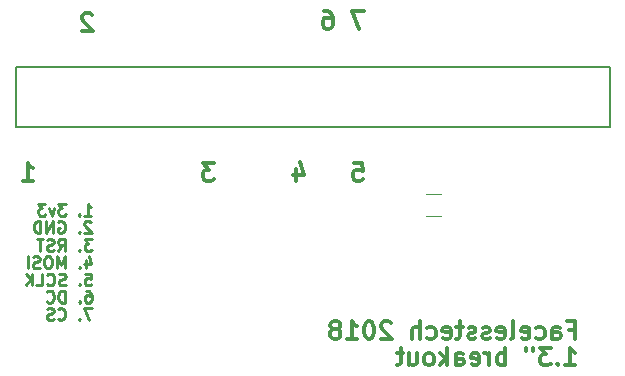
<source format=gbr>
G04 #@! TF.GenerationSoftware,KiCad,Pcbnew,5.0.2+dfsg1-1~bpo9+1*
G04 #@! TF.CreationDate,2018-12-31T18:08:11+00:00*
G04 #@! TF.ProjectId,13_full_breakout_gpio,31335f66-756c-46c5-9f62-7265616b6f75,rev?*
G04 #@! TF.SameCoordinates,Original*
G04 #@! TF.FileFunction,Legend,Bot*
G04 #@! TF.FilePolarity,Positive*
%FSLAX46Y46*%
G04 Gerber Fmt 4.6, Leading zero omitted, Abs format (unit mm)*
G04 Created by KiCad (PCBNEW 5.0.2+dfsg1-1~bpo9+1) date Mon 31 Dec 2018 18:08:11 GMT*
%MOMM*%
%LPD*%
G01*
G04 APERTURE LIST*
%ADD10C,0.300000*%
%ADD11C,0.250000*%
%ADD12C,0.150000*%
%ADD13C,0.120000*%
G04 APERTURE END LIST*
D10*
X180696357Y-96627071D02*
X181553500Y-96627071D01*
X181124928Y-96627071D02*
X181124928Y-95127071D01*
X181267785Y-95341357D01*
X181410642Y-95484214D01*
X181553500Y-95555642D01*
X180053500Y-96484214D02*
X179982071Y-96555642D01*
X180053500Y-96627071D01*
X180124928Y-96555642D01*
X180053500Y-96484214D01*
X180053500Y-96627071D01*
X179482071Y-95127071D02*
X178553500Y-95127071D01*
X179053500Y-95698500D01*
X178839214Y-95698500D01*
X178696357Y-95769928D01*
X178624928Y-95841357D01*
X178553500Y-95984214D01*
X178553500Y-96341357D01*
X178624928Y-96484214D01*
X178696357Y-96555642D01*
X178839214Y-96627071D01*
X179267785Y-96627071D01*
X179410642Y-96555642D01*
X179482071Y-96484214D01*
X177982071Y-95127071D02*
X177982071Y-95412785D01*
X177410642Y-95127071D02*
X177410642Y-95412785D01*
X175624928Y-96627071D02*
X175624928Y-95127071D01*
X175624928Y-95698500D02*
X175482071Y-95627071D01*
X175196357Y-95627071D01*
X175053500Y-95698500D01*
X174982071Y-95769928D01*
X174910642Y-95912785D01*
X174910642Y-96341357D01*
X174982071Y-96484214D01*
X175053500Y-96555642D01*
X175196357Y-96627071D01*
X175482071Y-96627071D01*
X175624928Y-96555642D01*
X174267785Y-96627071D02*
X174267785Y-95627071D01*
X174267785Y-95912785D02*
X174196357Y-95769928D01*
X174124928Y-95698500D01*
X173982071Y-95627071D01*
X173839214Y-95627071D01*
X172767785Y-96555642D02*
X172910642Y-96627071D01*
X173196357Y-96627071D01*
X173339214Y-96555642D01*
X173410642Y-96412785D01*
X173410642Y-95841357D01*
X173339214Y-95698500D01*
X173196357Y-95627071D01*
X172910642Y-95627071D01*
X172767785Y-95698500D01*
X172696357Y-95841357D01*
X172696357Y-95984214D01*
X173410642Y-96127071D01*
X171410642Y-96627071D02*
X171410642Y-95841357D01*
X171482071Y-95698500D01*
X171624928Y-95627071D01*
X171910642Y-95627071D01*
X172053500Y-95698500D01*
X171410642Y-96555642D02*
X171553500Y-96627071D01*
X171910642Y-96627071D01*
X172053500Y-96555642D01*
X172124928Y-96412785D01*
X172124928Y-96269928D01*
X172053500Y-96127071D01*
X171910642Y-96055642D01*
X171553500Y-96055642D01*
X171410642Y-95984214D01*
X170696357Y-96627071D02*
X170696357Y-95127071D01*
X170553500Y-96055642D02*
X170124928Y-96627071D01*
X170124928Y-95627071D02*
X170696357Y-96198500D01*
X169267785Y-96627071D02*
X169410642Y-96555642D01*
X169482071Y-96484214D01*
X169553500Y-96341357D01*
X169553500Y-95912785D01*
X169482071Y-95769928D01*
X169410642Y-95698500D01*
X169267785Y-95627071D01*
X169053500Y-95627071D01*
X168910642Y-95698500D01*
X168839214Y-95769928D01*
X168767785Y-95912785D01*
X168767785Y-96341357D01*
X168839214Y-96484214D01*
X168910642Y-96555642D01*
X169053500Y-96627071D01*
X169267785Y-96627071D01*
X167482071Y-95627071D02*
X167482071Y-96627071D01*
X168124928Y-95627071D02*
X168124928Y-96412785D01*
X168053500Y-96555642D01*
X167910642Y-96627071D01*
X167696357Y-96627071D01*
X167553500Y-96555642D01*
X167482071Y-96484214D01*
X166982071Y-95627071D02*
X166410642Y-95627071D01*
X166767785Y-95127071D02*
X166767785Y-96412785D01*
X166696357Y-96555642D01*
X166553500Y-96627071D01*
X166410642Y-96627071D01*
D11*
X140612571Y-91781380D02*
X139945904Y-91781380D01*
X140374476Y-92781380D01*
X139564952Y-92686142D02*
X139517333Y-92733761D01*
X139564952Y-92781380D01*
X139612571Y-92733761D01*
X139564952Y-92686142D01*
X139564952Y-92781380D01*
X137755428Y-92686142D02*
X137803047Y-92733761D01*
X137945904Y-92781380D01*
X138041142Y-92781380D01*
X138184000Y-92733761D01*
X138279238Y-92638523D01*
X138326857Y-92543285D01*
X138374476Y-92352809D01*
X138374476Y-92209952D01*
X138326857Y-92019476D01*
X138279238Y-91924238D01*
X138184000Y-91829000D01*
X138041142Y-91781380D01*
X137945904Y-91781380D01*
X137803047Y-91829000D01*
X137755428Y-91876619D01*
X137374476Y-92733761D02*
X137231619Y-92781380D01*
X136993523Y-92781380D01*
X136898285Y-92733761D01*
X136850666Y-92686142D01*
X136803047Y-92590904D01*
X136803047Y-92495666D01*
X136850666Y-92400428D01*
X136898285Y-92352809D01*
X136993523Y-92305190D01*
X137184000Y-92257571D01*
X137279238Y-92209952D01*
X137326857Y-92162333D01*
X137374476Y-92067095D01*
X137374476Y-91971857D01*
X137326857Y-91876619D01*
X137279238Y-91829000D01*
X137184000Y-91781380D01*
X136945904Y-91781380D01*
X136803047Y-91829000D01*
D10*
X163631500Y-66615571D02*
X162631500Y-66615571D01*
X163274357Y-68115571D01*
D11*
X140112571Y-90320880D02*
X140303047Y-90320880D01*
X140398285Y-90368500D01*
X140445904Y-90416119D01*
X140541142Y-90558976D01*
X140588761Y-90749452D01*
X140588761Y-91130404D01*
X140541142Y-91225642D01*
X140493523Y-91273261D01*
X140398285Y-91320880D01*
X140207809Y-91320880D01*
X140112571Y-91273261D01*
X140064952Y-91225642D01*
X140017333Y-91130404D01*
X140017333Y-90892309D01*
X140064952Y-90797071D01*
X140112571Y-90749452D01*
X140207809Y-90701833D01*
X140398285Y-90701833D01*
X140493523Y-90749452D01*
X140541142Y-90797071D01*
X140588761Y-90892309D01*
X139588761Y-91225642D02*
X139541142Y-91273261D01*
X139588761Y-91320880D01*
X139636380Y-91273261D01*
X139588761Y-91225642D01*
X139588761Y-91320880D01*
X138350666Y-91320880D02*
X138350666Y-90320880D01*
X138112571Y-90320880D01*
X137969714Y-90368500D01*
X137874476Y-90463738D01*
X137826857Y-90558976D01*
X137779238Y-90749452D01*
X137779238Y-90892309D01*
X137826857Y-91082785D01*
X137874476Y-91178023D01*
X137969714Y-91273261D01*
X138112571Y-91320880D01*
X138350666Y-91320880D01*
X136779238Y-91225642D02*
X136826857Y-91273261D01*
X136969714Y-91320880D01*
X137064952Y-91320880D01*
X137207809Y-91273261D01*
X137303047Y-91178023D01*
X137350666Y-91082785D01*
X137398285Y-90892309D01*
X137398285Y-90749452D01*
X137350666Y-90558976D01*
X137303047Y-90463738D01*
X137207809Y-90368500D01*
X137064952Y-90320880D01*
X136969714Y-90320880D01*
X136826857Y-90368500D01*
X136779238Y-90416119D01*
D10*
X160305785Y-66615571D02*
X160591500Y-66615571D01*
X160734357Y-66687000D01*
X160805785Y-66758428D01*
X160948642Y-66972714D01*
X161020071Y-67258428D01*
X161020071Y-67829857D01*
X160948642Y-67972714D01*
X160877214Y-68044142D01*
X160734357Y-68115571D01*
X160448642Y-68115571D01*
X160305785Y-68044142D01*
X160234357Y-67972714D01*
X160162928Y-67829857D01*
X160162928Y-67472714D01*
X160234357Y-67329857D01*
X160305785Y-67258428D01*
X160448642Y-67187000D01*
X160734357Y-67187000D01*
X160877214Y-67258428D01*
X160948642Y-67329857D01*
X161020071Y-67472714D01*
D11*
X140056904Y-88860380D02*
X140533095Y-88860380D01*
X140580714Y-89336571D01*
X140533095Y-89288952D01*
X140437857Y-89241333D01*
X140199761Y-89241333D01*
X140104523Y-89288952D01*
X140056904Y-89336571D01*
X140009285Y-89431809D01*
X140009285Y-89669904D01*
X140056904Y-89765142D01*
X140104523Y-89812761D01*
X140199761Y-89860380D01*
X140437857Y-89860380D01*
X140533095Y-89812761D01*
X140580714Y-89765142D01*
X139580714Y-89765142D02*
X139533095Y-89812761D01*
X139580714Y-89860380D01*
X139628333Y-89812761D01*
X139580714Y-89765142D01*
X139580714Y-89860380D01*
X138390238Y-89812761D02*
X138247380Y-89860380D01*
X138009285Y-89860380D01*
X137914047Y-89812761D01*
X137866428Y-89765142D01*
X137818809Y-89669904D01*
X137818809Y-89574666D01*
X137866428Y-89479428D01*
X137914047Y-89431809D01*
X138009285Y-89384190D01*
X138199761Y-89336571D01*
X138295000Y-89288952D01*
X138342619Y-89241333D01*
X138390238Y-89146095D01*
X138390238Y-89050857D01*
X138342619Y-88955619D01*
X138295000Y-88908000D01*
X138199761Y-88860380D01*
X137961666Y-88860380D01*
X137818809Y-88908000D01*
X136818809Y-89765142D02*
X136866428Y-89812761D01*
X137009285Y-89860380D01*
X137104523Y-89860380D01*
X137247380Y-89812761D01*
X137342619Y-89717523D01*
X137390238Y-89622285D01*
X137437857Y-89431809D01*
X137437857Y-89288952D01*
X137390238Y-89098476D01*
X137342619Y-89003238D01*
X137247380Y-88908000D01*
X137104523Y-88860380D01*
X137009285Y-88860380D01*
X136866428Y-88908000D01*
X136818809Y-88955619D01*
X135914047Y-89860380D02*
X136390238Y-89860380D01*
X136390238Y-88860380D01*
X135580714Y-89860380D02*
X135580714Y-88860380D01*
X135009285Y-89860380D02*
X135437857Y-89288952D01*
X135009285Y-88860380D02*
X135580714Y-89431809D01*
D10*
X162774357Y-79506071D02*
X163488642Y-79506071D01*
X163560071Y-80220357D01*
X163488642Y-80148928D01*
X163345785Y-80077500D01*
X162988642Y-80077500D01*
X162845785Y-80148928D01*
X162774357Y-80220357D01*
X162702928Y-80363214D01*
X162702928Y-80720357D01*
X162774357Y-80863214D01*
X162845785Y-80934642D01*
X162988642Y-81006071D01*
X163345785Y-81006071D01*
X163488642Y-80934642D01*
X163560071Y-80863214D01*
D11*
X140096595Y-87733214D02*
X140096595Y-88399880D01*
X140334690Y-87352261D02*
X140572785Y-88066547D01*
X139953738Y-88066547D01*
X139572785Y-88304642D02*
X139525166Y-88352261D01*
X139572785Y-88399880D01*
X139620404Y-88352261D01*
X139572785Y-88304642D01*
X139572785Y-88399880D01*
X138334690Y-88399880D02*
X138334690Y-87399880D01*
X138001357Y-88114166D01*
X137668023Y-87399880D01*
X137668023Y-88399880D01*
X137001357Y-87399880D02*
X136810880Y-87399880D01*
X136715642Y-87447500D01*
X136620404Y-87542738D01*
X136572785Y-87733214D01*
X136572785Y-88066547D01*
X136620404Y-88257023D01*
X136715642Y-88352261D01*
X136810880Y-88399880D01*
X137001357Y-88399880D01*
X137096595Y-88352261D01*
X137191833Y-88257023D01*
X137239452Y-88066547D01*
X137239452Y-87733214D01*
X137191833Y-87542738D01*
X137096595Y-87447500D01*
X137001357Y-87399880D01*
X136191833Y-88352261D02*
X136048976Y-88399880D01*
X135810880Y-88399880D01*
X135715642Y-88352261D01*
X135668023Y-88304642D01*
X135620404Y-88209404D01*
X135620404Y-88114166D01*
X135668023Y-88018928D01*
X135715642Y-87971309D01*
X135810880Y-87923690D01*
X136001357Y-87876071D01*
X136096595Y-87828452D01*
X136144214Y-87780833D01*
X136191833Y-87685595D01*
X136191833Y-87590357D01*
X136144214Y-87495119D01*
X136096595Y-87447500D01*
X136001357Y-87399880D01*
X135763261Y-87399880D01*
X135620404Y-87447500D01*
X135191833Y-88399880D02*
X135191833Y-87399880D01*
D10*
X157892785Y-80006071D02*
X157892785Y-81006071D01*
X158249928Y-79434642D02*
X158607071Y-80506071D01*
X157678500Y-80506071D01*
D11*
X140612523Y-85939380D02*
X139993476Y-85939380D01*
X140326809Y-86320333D01*
X140183952Y-86320333D01*
X140088714Y-86367952D01*
X140041095Y-86415571D01*
X139993476Y-86510809D01*
X139993476Y-86748904D01*
X140041095Y-86844142D01*
X140088714Y-86891761D01*
X140183952Y-86939380D01*
X140469666Y-86939380D01*
X140564904Y-86891761D01*
X140612523Y-86844142D01*
X139564904Y-86844142D02*
X139517285Y-86891761D01*
X139564904Y-86939380D01*
X139612523Y-86891761D01*
X139564904Y-86844142D01*
X139564904Y-86939380D01*
X137755380Y-86939380D02*
X138088714Y-86463190D01*
X138326809Y-86939380D02*
X138326809Y-85939380D01*
X137945857Y-85939380D01*
X137850619Y-85987000D01*
X137803000Y-86034619D01*
X137755380Y-86129857D01*
X137755380Y-86272714D01*
X137803000Y-86367952D01*
X137850619Y-86415571D01*
X137945857Y-86463190D01*
X138326809Y-86463190D01*
X137374428Y-86891761D02*
X137231571Y-86939380D01*
X136993476Y-86939380D01*
X136898238Y-86891761D01*
X136850619Y-86844142D01*
X136803000Y-86748904D01*
X136803000Y-86653666D01*
X136850619Y-86558428D01*
X136898238Y-86510809D01*
X136993476Y-86463190D01*
X137183952Y-86415571D01*
X137279190Y-86367952D01*
X137326809Y-86320333D01*
X137374428Y-86225095D01*
X137374428Y-86129857D01*
X137326809Y-86034619D01*
X137279190Y-85987000D01*
X137183952Y-85939380D01*
X136945857Y-85939380D01*
X136803000Y-85987000D01*
X136517285Y-85939380D02*
X135945857Y-85939380D01*
X136231571Y-86939380D02*
X136231571Y-85939380D01*
D10*
X150931500Y-79506071D02*
X150002928Y-79506071D01*
X150502928Y-80077500D01*
X150288642Y-80077500D01*
X150145785Y-80148928D01*
X150074357Y-80220357D01*
X150002928Y-80363214D01*
X150002928Y-80720357D01*
X150074357Y-80863214D01*
X150145785Y-80934642D01*
X150288642Y-81006071D01*
X150717214Y-81006071D01*
X150860071Y-80934642D01*
X150931500Y-80863214D01*
D11*
X140541071Y-84510619D02*
X140493452Y-84463000D01*
X140398214Y-84415380D01*
X140160119Y-84415380D01*
X140064880Y-84463000D01*
X140017261Y-84510619D01*
X139969642Y-84605857D01*
X139969642Y-84701095D01*
X140017261Y-84843952D01*
X140588690Y-85415380D01*
X139969642Y-85415380D01*
X139541071Y-85320142D02*
X139493452Y-85367761D01*
X139541071Y-85415380D01*
X139588690Y-85367761D01*
X139541071Y-85320142D01*
X139541071Y-85415380D01*
X137779166Y-84463000D02*
X137874404Y-84415380D01*
X138017261Y-84415380D01*
X138160119Y-84463000D01*
X138255357Y-84558238D01*
X138302976Y-84653476D01*
X138350595Y-84843952D01*
X138350595Y-84986809D01*
X138302976Y-85177285D01*
X138255357Y-85272523D01*
X138160119Y-85367761D01*
X138017261Y-85415380D01*
X137922023Y-85415380D01*
X137779166Y-85367761D01*
X137731547Y-85320142D01*
X137731547Y-84986809D01*
X137922023Y-84986809D01*
X137302976Y-85415380D02*
X137302976Y-84415380D01*
X136731547Y-85415380D01*
X136731547Y-84415380D01*
X136255357Y-85415380D02*
X136255357Y-84415380D01*
X136017261Y-84415380D01*
X135874404Y-84463000D01*
X135779166Y-84558238D01*
X135731547Y-84653476D01*
X135683928Y-84843952D01*
X135683928Y-84986809D01*
X135731547Y-85177285D01*
X135779166Y-85272523D01*
X135874404Y-85367761D01*
X136017261Y-85415380D01*
X136255357Y-85415380D01*
D10*
X140636571Y-66948928D02*
X140565142Y-66877500D01*
X140422285Y-66806071D01*
X140065142Y-66806071D01*
X139922285Y-66877500D01*
X139850857Y-66948928D01*
X139779428Y-67091785D01*
X139779428Y-67234642D01*
X139850857Y-67448928D01*
X140708000Y-68306071D01*
X139779428Y-68306071D01*
D11*
X139969666Y-83954880D02*
X140541095Y-83954880D01*
X140255380Y-83954880D02*
X140255380Y-82954880D01*
X140350619Y-83097738D01*
X140445857Y-83192976D01*
X140541095Y-83240595D01*
X139541095Y-83859642D02*
X139493476Y-83907261D01*
X139541095Y-83954880D01*
X139588714Y-83907261D01*
X139541095Y-83859642D01*
X139541095Y-83954880D01*
X138398238Y-82954880D02*
X137779190Y-82954880D01*
X138112523Y-83335833D01*
X137969666Y-83335833D01*
X137874428Y-83383452D01*
X137826809Y-83431071D01*
X137779190Y-83526309D01*
X137779190Y-83764404D01*
X137826809Y-83859642D01*
X137874428Y-83907261D01*
X137969666Y-83954880D01*
X138255380Y-83954880D01*
X138350619Y-83907261D01*
X138398238Y-83859642D01*
X137445857Y-83288214D02*
X137207761Y-83954880D01*
X136969666Y-83288214D01*
X136683952Y-82954880D02*
X136064904Y-82954880D01*
X136398238Y-83335833D01*
X136255380Y-83335833D01*
X136160142Y-83383452D01*
X136112523Y-83431071D01*
X136064904Y-83526309D01*
X136064904Y-83764404D01*
X136112523Y-83859642D01*
X136160142Y-83907261D01*
X136255380Y-83954880D01*
X136541095Y-83954880D01*
X136636333Y-83907261D01*
X136683952Y-83859642D01*
D10*
X134762928Y-81006071D02*
X135620071Y-81006071D01*
X135191500Y-81006071D02*
X135191500Y-79506071D01*
X135334357Y-79720357D01*
X135477214Y-79863214D01*
X135620071Y-79934642D01*
X181017428Y-93618857D02*
X181517428Y-93618857D01*
X181517428Y-94404571D02*
X181517428Y-92904571D01*
X180803142Y-92904571D01*
X179588857Y-94404571D02*
X179588857Y-93618857D01*
X179660285Y-93476000D01*
X179803142Y-93404571D01*
X180088857Y-93404571D01*
X180231714Y-93476000D01*
X179588857Y-94333142D02*
X179731714Y-94404571D01*
X180088857Y-94404571D01*
X180231714Y-94333142D01*
X180303142Y-94190285D01*
X180303142Y-94047428D01*
X180231714Y-93904571D01*
X180088857Y-93833142D01*
X179731714Y-93833142D01*
X179588857Y-93761714D01*
X178231714Y-94333142D02*
X178374571Y-94404571D01*
X178660285Y-94404571D01*
X178803142Y-94333142D01*
X178874571Y-94261714D01*
X178946000Y-94118857D01*
X178946000Y-93690285D01*
X178874571Y-93547428D01*
X178803142Y-93476000D01*
X178660285Y-93404571D01*
X178374571Y-93404571D01*
X178231714Y-93476000D01*
X177017428Y-94333142D02*
X177160285Y-94404571D01*
X177446000Y-94404571D01*
X177588857Y-94333142D01*
X177660285Y-94190285D01*
X177660285Y-93618857D01*
X177588857Y-93476000D01*
X177446000Y-93404571D01*
X177160285Y-93404571D01*
X177017428Y-93476000D01*
X176946000Y-93618857D01*
X176946000Y-93761714D01*
X177660285Y-93904571D01*
X176088857Y-94404571D02*
X176231714Y-94333142D01*
X176303142Y-94190285D01*
X176303142Y-92904571D01*
X174946000Y-94333142D02*
X175088857Y-94404571D01*
X175374571Y-94404571D01*
X175517428Y-94333142D01*
X175588857Y-94190285D01*
X175588857Y-93618857D01*
X175517428Y-93476000D01*
X175374571Y-93404571D01*
X175088857Y-93404571D01*
X174946000Y-93476000D01*
X174874571Y-93618857D01*
X174874571Y-93761714D01*
X175588857Y-93904571D01*
X174303142Y-94333142D02*
X174160285Y-94404571D01*
X173874571Y-94404571D01*
X173731714Y-94333142D01*
X173660285Y-94190285D01*
X173660285Y-94118857D01*
X173731714Y-93976000D01*
X173874571Y-93904571D01*
X174088857Y-93904571D01*
X174231714Y-93833142D01*
X174303142Y-93690285D01*
X174303142Y-93618857D01*
X174231714Y-93476000D01*
X174088857Y-93404571D01*
X173874571Y-93404571D01*
X173731714Y-93476000D01*
X173088857Y-94333142D02*
X172946000Y-94404571D01*
X172660285Y-94404571D01*
X172517428Y-94333142D01*
X172446000Y-94190285D01*
X172446000Y-94118857D01*
X172517428Y-93976000D01*
X172660285Y-93904571D01*
X172874571Y-93904571D01*
X173017428Y-93833142D01*
X173088857Y-93690285D01*
X173088857Y-93618857D01*
X173017428Y-93476000D01*
X172874571Y-93404571D01*
X172660285Y-93404571D01*
X172517428Y-93476000D01*
X172017428Y-93404571D02*
X171446000Y-93404571D01*
X171803142Y-92904571D02*
X171803142Y-94190285D01*
X171731714Y-94333142D01*
X171588857Y-94404571D01*
X171446000Y-94404571D01*
X170374571Y-94333142D02*
X170517428Y-94404571D01*
X170803142Y-94404571D01*
X170946000Y-94333142D01*
X171017428Y-94190285D01*
X171017428Y-93618857D01*
X170946000Y-93476000D01*
X170803142Y-93404571D01*
X170517428Y-93404571D01*
X170374571Y-93476000D01*
X170303142Y-93618857D01*
X170303142Y-93761714D01*
X171017428Y-93904571D01*
X169017428Y-94333142D02*
X169160285Y-94404571D01*
X169446000Y-94404571D01*
X169588857Y-94333142D01*
X169660285Y-94261714D01*
X169731714Y-94118857D01*
X169731714Y-93690285D01*
X169660285Y-93547428D01*
X169588857Y-93476000D01*
X169446000Y-93404571D01*
X169160285Y-93404571D01*
X169017428Y-93476000D01*
X168374571Y-94404571D02*
X168374571Y-92904571D01*
X167731714Y-94404571D02*
X167731714Y-93618857D01*
X167803142Y-93476000D01*
X167946000Y-93404571D01*
X168160285Y-93404571D01*
X168303142Y-93476000D01*
X168374571Y-93547428D01*
X165946000Y-93047428D02*
X165874571Y-92976000D01*
X165731714Y-92904571D01*
X165374571Y-92904571D01*
X165231714Y-92976000D01*
X165160285Y-93047428D01*
X165088857Y-93190285D01*
X165088857Y-93333142D01*
X165160285Y-93547428D01*
X166017428Y-94404571D01*
X165088857Y-94404571D01*
X164160285Y-92904571D02*
X164017428Y-92904571D01*
X163874571Y-92976000D01*
X163803142Y-93047428D01*
X163731714Y-93190285D01*
X163660285Y-93476000D01*
X163660285Y-93833142D01*
X163731714Y-94118857D01*
X163803142Y-94261714D01*
X163874571Y-94333142D01*
X164017428Y-94404571D01*
X164160285Y-94404571D01*
X164303142Y-94333142D01*
X164374571Y-94261714D01*
X164446000Y-94118857D01*
X164517428Y-93833142D01*
X164517428Y-93476000D01*
X164446000Y-93190285D01*
X164374571Y-93047428D01*
X164303142Y-92976000D01*
X164160285Y-92904571D01*
X162231714Y-94404571D02*
X163088857Y-94404571D01*
X162660285Y-94404571D02*
X162660285Y-92904571D01*
X162803142Y-93118857D01*
X162946000Y-93261714D01*
X163088857Y-93333142D01*
X161374571Y-93547428D02*
X161517428Y-93476000D01*
X161588857Y-93404571D01*
X161660285Y-93261714D01*
X161660285Y-93190285D01*
X161588857Y-93047428D01*
X161517428Y-92976000D01*
X161374571Y-92904571D01*
X161088857Y-92904571D01*
X160946000Y-92976000D01*
X160874571Y-93047428D01*
X160803142Y-93190285D01*
X160803142Y-93261714D01*
X160874571Y-93404571D01*
X160946000Y-93476000D01*
X161088857Y-93547428D01*
X161374571Y-93547428D01*
X161517428Y-93618857D01*
X161588857Y-93690285D01*
X161660285Y-93833142D01*
X161660285Y-94118857D01*
X161588857Y-94261714D01*
X161517428Y-94333142D01*
X161374571Y-94404571D01*
X161088857Y-94404571D01*
X160946000Y-94333142D01*
X160874571Y-94261714D01*
X160803142Y-94118857D01*
X160803142Y-93833142D01*
X160874571Y-93690285D01*
X160946000Y-93618857D01*
X161088857Y-93547428D01*
D12*
G04 #@! TO.C,J1*
X134175500Y-76454000D02*
X134175500Y-71374000D01*
X134175500Y-71374000D02*
X184467500Y-71374000D01*
X184467500Y-71374000D02*
X184467500Y-76454000D01*
X184467500Y-76454000D02*
X134175500Y-76454000D01*
D13*
G04 #@! TO.C,R1*
X168939936Y-83968000D02*
X170144064Y-83968000D01*
X168939936Y-82148000D02*
X170144064Y-82148000D01*
G04 #@! TD*
M02*

</source>
